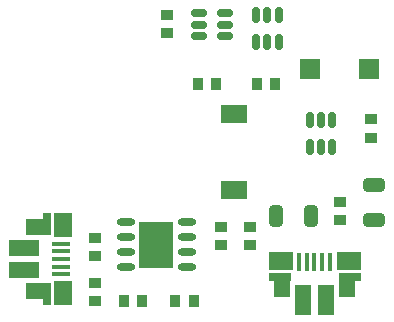
<source format=gtp>
%TF.GenerationSoftware,KiCad,Pcbnew,(6.0.7)*%
%TF.CreationDate,2022-10-02T22:30:45-04:00*%
%TF.ProjectId,LiPo_Charger_1,4c69506f-5f43-4686-9172-6765725f312e,rev?*%
%TF.SameCoordinates,Original*%
%TF.FileFunction,Paste,Top*%
%TF.FilePolarity,Positive*%
%FSLAX46Y46*%
G04 Gerber Fmt 4.6, Leading zero omitted, Abs format (unit mm)*
G04 Created by KiCad (PCBNEW (6.0.7)) date 2022-10-02 22:30:45*
%MOMM*%
%LPD*%
G01*
G04 APERTURE LIST*
G04 Aperture macros list*
%AMRoundRect*
0 Rectangle with rounded corners*
0 $1 Rounding radius*
0 $2 $3 $4 $5 $6 $7 $8 $9 X,Y pos of 4 corners*
0 Add a 4 corners polygon primitive as box body*
4,1,4,$2,$3,$4,$5,$6,$7,$8,$9,$2,$3,0*
0 Add four circle primitives for the rounded corners*
1,1,$1+$1,$2,$3*
1,1,$1+$1,$4,$5*
1,1,$1+$1,$6,$7*
1,1,$1+$1,$8,$9*
0 Add four rect primitives between the rounded corners*
20,1,$1+$1,$2,$3,$4,$5,0*
20,1,$1+$1,$4,$5,$6,$7,0*
20,1,$1+$1,$6,$7,$8,$9,0*
20,1,$1+$1,$8,$9,$2,$3,0*%
G04 Aperture macros list end*
%ADD10RoundRect,0.250000X0.650000X-0.325000X0.650000X0.325000X-0.650000X0.325000X-0.650000X-0.325000X0*%
%ADD11R,0.930000X0.980000*%
%ADD12R,1.650000X0.400000*%
%ADD13R,1.500000X2.000000*%
%ADD14R,2.000000X1.350000*%
%ADD15R,2.500000X1.430000*%
%ADD16R,0.700000X1.825000*%
%ADD17R,0.980000X0.930000*%
%ADD18R,2.200000X1.600000*%
%ADD19RoundRect,0.150000X0.150000X-0.512500X0.150000X0.512500X-0.150000X0.512500X-0.150000X-0.512500X0*%
%ADD20R,1.800000X1.700000*%
%ADD21RoundRect,0.150000X0.512500X0.150000X-0.512500X0.150000X-0.512500X-0.150000X0.512500X-0.150000X0*%
%ADD22RoundRect,0.150000X-0.150000X0.512500X-0.150000X-0.512500X0.150000X-0.512500X0.150000X0.512500X0*%
%ADD23R,2.900000X4.000000*%
%ADD24O,1.600000X0.600000*%
%ADD25RoundRect,0.250000X-0.325000X-0.650000X0.325000X-0.650000X0.325000X0.650000X-0.325000X0.650000X0*%
%ADD26R,0.400000X1.650000*%
%ADD27R,2.000000X1.500000*%
%ADD28R,1.350000X2.000000*%
%ADD29R,1.430000X2.500000*%
%ADD30R,1.825000X0.700000*%
G04 APERTURE END LIST*
D10*
%TO.C,C4*%
X175800000Y-73775000D03*
X175800000Y-70825000D03*
%TD*%
D11*
%TO.C,R7*%
X159000000Y-80575000D03*
X160540000Y-80575000D03*
%TD*%
D12*
%TO.C,J1*%
X149350000Y-75740000D03*
X149350000Y-76390000D03*
X149350000Y-77040000D03*
X149350000Y-77690000D03*
X149350000Y-78340000D03*
D13*
X149470000Y-79940000D03*
D14*
X147400000Y-79790000D03*
D15*
X146200000Y-76080000D03*
D13*
X149450000Y-74190000D03*
D14*
X147400000Y-74310000D03*
D16*
X148150000Y-80040000D03*
X148150000Y-74090000D03*
D15*
X146200000Y-78000000D03*
%TD*%
D17*
%TO.C,R2*%
X158300000Y-56390000D03*
X158300000Y-57930000D03*
%TD*%
D18*
%TO.C,L1*%
X164005000Y-71200000D03*
X164005000Y-64800000D03*
%TD*%
D19*
%TO.C,Q1*%
X165850000Y-58687500D03*
X166800000Y-58687500D03*
X167750000Y-58687500D03*
X167750000Y-56412500D03*
X166800000Y-56412500D03*
X165850000Y-56412500D03*
%TD*%
D17*
%TO.C,R4*%
X172900000Y-73740000D03*
X172900000Y-72200000D03*
%TD*%
D20*
%TO.C,D1*%
X170373750Y-61000000D03*
X175426250Y-61000000D03*
%TD*%
D21*
%TO.C,IC1*%
X163237500Y-58150000D03*
X163237500Y-57200000D03*
X163237500Y-56250000D03*
X160962500Y-56250000D03*
X160962500Y-57200000D03*
X160962500Y-58150000D03*
%TD*%
D17*
%TO.C,R5*%
X175600000Y-66770000D03*
X175600000Y-65230000D03*
%TD*%
D22*
%TO.C,U2*%
X172306426Y-65282500D03*
X171356426Y-65282500D03*
X170406426Y-65282500D03*
X170406426Y-67557500D03*
X171356426Y-67557500D03*
X172306426Y-67557500D03*
%TD*%
D11*
%TO.C,C1*%
X160890000Y-62200000D03*
X162430000Y-62200000D03*
%TD*%
D23*
%TO.C,U1*%
X157400000Y-75830000D03*
D24*
X154800000Y-73925000D03*
X154800000Y-75195000D03*
X154800000Y-76465000D03*
X154800000Y-77735000D03*
X160000000Y-77735000D03*
X160000000Y-76465000D03*
X160000000Y-75195000D03*
X160000000Y-73925000D03*
%TD*%
D17*
%TO.C,D2*%
X162900000Y-75901600D03*
X162900000Y-74361600D03*
%TD*%
D11*
%TO.C,R1*%
X167480000Y-62200000D03*
X165940000Y-62200000D03*
%TD*%
D17*
%TO.C,R3*%
X152200000Y-76815000D03*
X152200000Y-75275000D03*
%TD*%
D25*
%TO.C,C3*%
X167525000Y-73400000D03*
X170475000Y-73400000D03*
%TD*%
D11*
%TO.C,R6*%
X154660000Y-80575000D03*
X156200000Y-80575000D03*
%TD*%
D26*
%TO.C,J3*%
X169475000Y-77335000D03*
X170125000Y-77335000D03*
X170775000Y-77335000D03*
X171425000Y-77335000D03*
X172075000Y-77335000D03*
D27*
X173675000Y-77215000D03*
D28*
X173525000Y-79285000D03*
D29*
X171735000Y-80485000D03*
D28*
X168045000Y-79285000D03*
D27*
X167925000Y-77235000D03*
D30*
X167825000Y-78535000D03*
D29*
X169815000Y-80485000D03*
D30*
X173775000Y-78535000D03*
%TD*%
D17*
%TO.C,D3*%
X165300000Y-75901600D03*
X165300000Y-74361600D03*
%TD*%
%TO.C,C2*%
X152200000Y-79060000D03*
X152200000Y-80600000D03*
%TD*%
M02*

</source>
